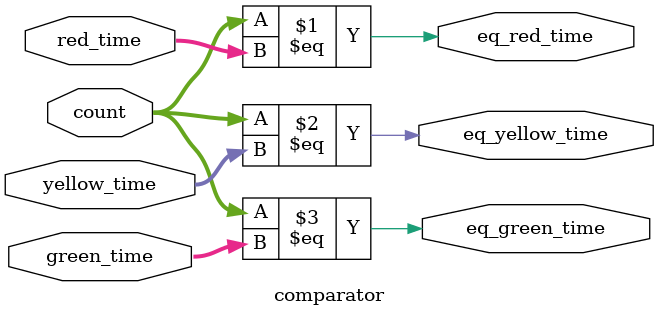
<source format=v>

module comparator (
    input wire [3:0] count,
    input wire [3:0] red_time,
    input wire [3:0] yellow_time,
    input wire [3:0] green_time,
    output wire eq_red_time, 
    output wire eq_yellow_time, 
    output wire eq_green_time
);


    assign eq_red_time = (count == red_time);
    assign eq_yellow_time = (count == yellow_time);
    assign eq_green_time = (count == green_time);
    
endmodule
</source>
